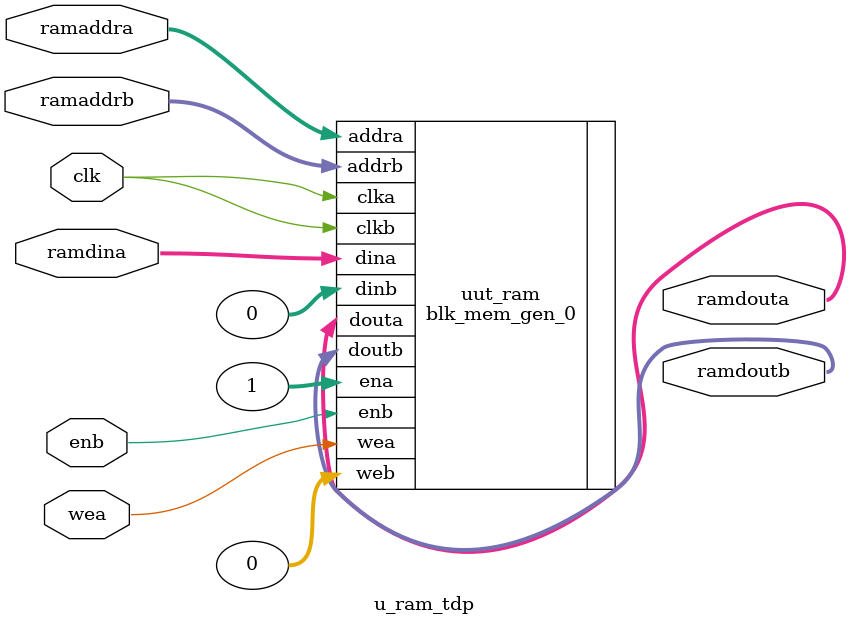
<source format=v>
`timescale 1ns / 1ps


module u_ram_tdp(
    input clk,
    input wea,
    input [15:0]ramaddra,
    input [15:0]ramdina,
    input enb,
    input [15:0]ramaddrb,
    output [15:0]ramdouta,
    output [15:0]ramdoutb
    );
    blk_mem_gen_0 uut_ram(
    .clka(clk),
    .ena(1),
    .wea(wea),
    .addra(ramaddra),
    .dina(ramdina),
    .douta(ramdouta),
    .clkb(clk),
    .enb(enb),
    .web(0),
    .addrb(ramaddrb),
    .dinb(0),
    .doutb(ramdoutb)
    );
endmodule

</source>
